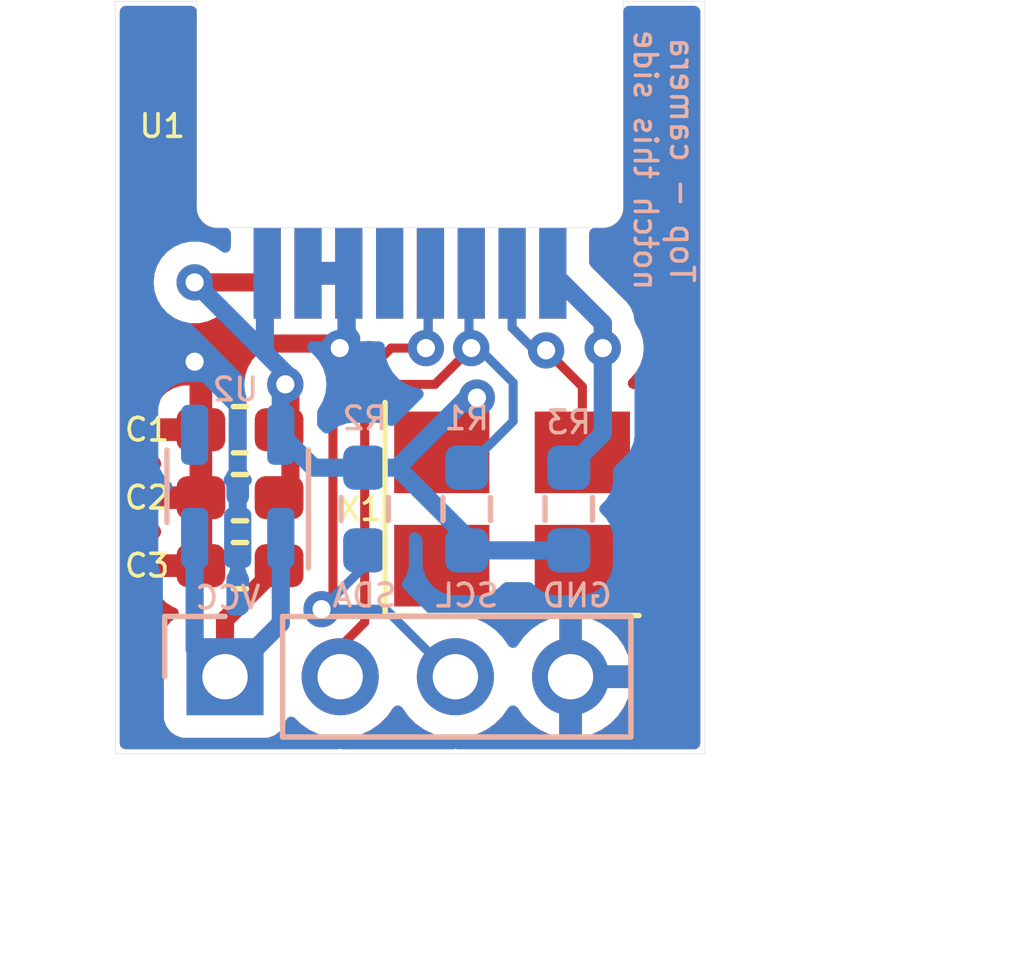
<source format=kicad_pcb>
(kicad_pcb (version 20221018) (generator pcbnew)
  (layers (0 "F.Cu" signal) (31 "B.Cu" signal) (34 "B.Paste" user) (35 "F.Paste" user) (36 "B.SilkS" user "B.Silkscreen") (37 "F.SilkS" user "F.Silkscreen") (38 "B.Mask" user) (39 "F.Mask" user) (44 "Edge.Cuts" user))
  (net 0 "")
  (net 1 "+3.3V")
  (net 2 "GND")
  (net 3 "+5V")
  (net 4 "/SDA")
  (net 5 "/SCL")
  (net 6 "Net-(U1-RESET)")
  (net 8 "/CLK")
  (footprint "Oscillator:Oscillator_SMD_SeikoEpson_SG8002CE-4Pin_3.2x2.5mm_HandSoldering" (layer "F.Cu") (at 158.75 90.8)
    (fp_text reference "X1" (at -3.35 0) (layer "F.SilkS") (effects (font (size 0.5 0.5) (thickness 0.08))))
    (fp_text value "SG3225CAN 24.0000M-TJGA3")
    (fp_line (start -2.8 -2.35) (end -2.8 2.35) (stroke (width 0.12)) (layer "F.SilkS"))
    (fp_line (start -2.8 2.35) (end 2.8 2.35) (stroke (width 0.12)) (layer "F.SilkS"))
    (pad "1" smd rect (at -1.55 1.25) (size 2.1 1.8) (layers "F.Cu" "F.Paste" "F.Mask"))
    (pad "2" smd rect (at 1.55 1.25) (size 2.1 1.8) (layers "F.Cu" "F.Paste" "F.Mask") (net 2 "GND"))
    (pad "3" smd rect (at 1.55 -1.25) (size 2.1 1.8) (layers "F.Cu" "F.Paste" "F.Mask") (net 8 "/CLK"))
    (pad "4" smd rect (at -1.55 -1.25) (size 2.1 1.8) (layers "F.Cu" "F.Paste" "F.Mask") (net 1 "+3.3V"))
  )
  (footprint "Capacitor_SMD:C_0603_1608Metric_Pad1.08x0.95mm_HandSolder" (layer "F.Cu") (at 152.75 89.05 180)
    (fp_text reference "C1" (at 2.05 0) (layer "F.SilkS") (effects (font (size 0.5 0.5) (thickness 0.08))))
    (fp_text value "0.1uF")
    (fp_line (start -0.146267 -0.51) (end 0.146267 -0.51) (stroke (width 0.12)) (layer "F.SilkS"))
    (fp_line (start -0.146267 0.51) (end 0.146267 0.51) (stroke (width 0.12)) (layer "F.SilkS"))
    (pad "1" smd roundrect (at -0.8625 0 180) (size 1.075 0.95) (layers "F.Cu" "F.Paste" "F.Mask") (net 1 "+3.3V"))
    (pad "2" smd roundrect (at 0.8625 0 180) (size 1.075 0.95) (layers "F.Cu" "F.Paste" "F.Mask") (net 2 "GND"))
  )
  (footprint "Capacitor_SMD:C_0603_1608Metric_Pad1.08x0.95mm_HandSolder" (layer "F.Cu") (at 152.75 90.55 180)
    (fp_text reference "C2" (at 2.05 0) (layer "F.SilkS") (effects (font (size 0.5 0.5) (thickness 0.08))))
    (fp_text value "1uF")
    (fp_line (start -0.146267 -0.51) (end 0.146267 -0.51) (stroke (width 0.12)) (layer "F.SilkS"))
    (fp_line (start -0.146267 0.51) (end 0.146267 0.51) (stroke (width 0.12)) (layer "F.SilkS"))
    (pad "1" smd roundrect (at -0.8625 0 180) (size 1.075 0.95) (layers "F.Cu" "F.Paste" "F.Mask") (net 1 "+3.3V"))
    (pad "2" smd roundrect (at 0.8625 0 180) (size 1.075 0.95) (layers "F.Cu" "F.Paste" "F.Mask") (net 2 "GND"))
  )
  (footprint "GUN4IR:wiimote-pixart-camera-inline" (layer "F.Cu") (at 156.5 82.1)
    (fp_text reference "U1" (at -5.4625 0.25 unlocked) (layer "F.SilkS") (effects (font (size 0.5 0.5) (thickness 0.08))))
    (fp_text value "~")
    (fp_line (start -4.7 -2.505) (end -4.7 2.045) (stroke (width 0.01)) (layer "Edge.Cuts"))
    (fp_line (start 4.25 2.495) (end -4.25 2.495) (stroke (width 0.01)) (layer "Edge.Cuts"))
    (fp_line (start 4.7 -2.505) (end 4.7 2.045) (stroke (width 0.01)) (layer "Edge.Cuts"))
    (fp_arc (start -4.25 2.495) (mid -4.568198 2.363198) (end -4.7 2.045) (stroke (width 0.01)) (layer "Edge.Cuts"))
    (fp_arc (start 4.7 2.045) (mid 4.568198 2.363198) (end 4.25 2.495) (stroke (width 0.01)) (layer "Edge.Cuts"))
    (pad "1" smd rect (at -3.15 3.5) (size 0.6 2) (layers "F.Cu" "F.Paste" "F.Mask") (net 1 "+3.3V"))
    (pad "1" smd rect (at -3.15 3.5) (size 0.6 2) (layers "B.Cu" "B.Paste" "B.Mask") (net 1 "+3.3V"))
    (pad "2" smd rect (at -2.25 3.5) (size 0.6 2) (layers "F.Cu" "F.Paste" "F.Mask") (net 2 "GND"))
    (pad "2" smd rect (at -2.25 3.5) (size 0.6 2) (layers "B.Cu" "B.Paste" "B.Mask") (net 2 "GND"))
    (pad "3" smd rect (at -1.35 3.5) (size 0.6 2) (layers "F.Cu" "F.Paste" "F.Mask") (net 2 "GND"))
    (pad "3" smd rect (at -1.35 3.5) (size 0.6 2) (layers "B.Cu" "B.Paste" "B.Mask") (net 2 "GND"))
    (pad "4" smd rect (at -0.45 3.5) (size 0.6 2) (layers "F.Cu" "F.Paste" "F.Mask"))
    (pad "4" smd rect (at -0.45 3.5) (size 0.6 2) (layers "B.Cu" "B.Paste" "B.Mask"))
    (pad "5" smd rect (at 0.45 3.5) (size 0.6 2) (layers "F.Cu" "F.Paste" "F.Mask") (net 5 "/SCL"))
    (pad "5" smd rect (at 0.45 3.5) (size 0.6 2) (layers "B.Cu" "B.Paste" "B.Mask") (net 5 "/SCL"))
    (pad "6" smd rect (at 1.35 3.5) (size 0.6 2) (layers "F.Cu" "F.Paste" "F.Mask") (net 4 "/SDA"))
    (pad "6" smd rect (at 1.35 3.5) (size 0.6 2) (layers "B.Cu" "B.Paste" "B.Mask") (net 4 "/SDA"))
    (pad "7" smd rect (at 2.25 3.5) (size 0.6 2) (layers "F.Cu" "F.Paste" "F.Mask") (net 8 "/CLK"))
    (pad "7" smd rect (at 2.25 3.5) (size 0.6 2) (layers "B.Cu" "B.Paste" "B.Mask") (net 8 "/CLK"))
    (pad "8" smd rect (at 3.15 3.5) (size 0.6 2) (layers "F.Cu" "F.Paste" "F.Mask") (net 6 "Net-(U1-RESET)"))
    (pad "8" smd rect (at 3.15 3.5) (size 0.6 2) (layers "B.Cu" "B.Paste" "B.Mask") (net 6 "Net-(U1-RESET)"))
  )
  (footprint "Capacitor_SMD:C_0603_1608Metric_Pad1.08x0.95mm_HandSolder" (layer "F.Cu") (at 152.75 92.05 180)
    (fp_text reference "C3" (at 2.05 0) (layer "F.SilkS") (effects (font (size 0.5 0.5) (thickness 0.08))))
    (fp_text value "1uF")
    (fp_line (start -0.146267 -0.51) (end 0.146267 -0.51) (stroke (width 0.12)) (layer "F.SilkS"))
    (fp_line (start -0.146267 0.51) (end 0.146267 0.51) (stroke (width 0.12)) (layer "F.SilkS"))
    (pad "1" smd roundrect (at -0.8625 0 180) (size 1.075 0.95) (layers "F.Cu" "F.Paste" "F.Mask") (net 3 "+5V"))
    (pad "2" smd roundrect (at 0.8625 0 180) (size 1.075 0.95) (layers "F.Cu" "F.Paste" "F.Mask") (net 2 "GND"))
  )
  (footprint "Resistor_SMD:R_0603_1608Metric_Pad0.98x0.95mm_HandSolder" (layer "B.Cu") (at 160 90.8 90)
    (fp_text reference "R3" (at 1.9125 0) (layer "B.SilkS") (effects (font (size 0.5 0.5) (thickness 0.08)) (justify mirror)))
    (fp_text value "330K")
    (fp_line (start -0.254724 -0.5225) (end 0.254724 -0.5225) (stroke (width 0.12)) (layer "B.SilkS"))
    (fp_line (start -0.254724 0.5225) (end 0.254724 0.5225) (stroke (width 0.12)) (layer "B.SilkS"))
    (pad "1" smd roundrect (at -0.9125 0 90) (size 0.975 0.95) (layers "B.Cu" "B.Paste" "B.Mask") (net 1 "+3.3V"))
    (pad "2" smd roundrect (at 0.9125 0 90) (size 0.975 0.95) (layers "B.Cu" "B.Paste" "B.Mask") (net 6 "Net-(U1-RESET)"))
  )
  (footprint "Connector_PinHeader_2.54mm:PinHeader_1x04_P2.54mm_Vertical" (layer "B.Cu") (at 152.42 94.5 -90)
    (fp_text reference "J1" hide)
    (fp_text value "Conn_01x04_Pin")
    (fp_line (start -1.33 -8.95) (end 1.33 -8.95) (stroke (width 0.12)) (layer "B.SilkS"))
    (fp_line (start -1.33 -1.27) (end -1.33 -8.95) (stroke (width 0.12)) (layer "B.SilkS"))
    (fp_line (start -1.33 -1.27) (end 1.33 -1.27) (stroke (width 0.12)) (layer "B.SilkS"))
    (fp_line (start -1.33 0) (end -1.33 1.33) (stroke (width 0.12)) (layer "B.SilkS"))
    (fp_line (start -1.33 1.33) (end 0 1.33) (stroke (width 0.12)) (layer "B.SilkS"))
    (fp_line (start 1.33 -1.27) (end 1.33 -8.95) (stroke (width 0.12)) (layer "B.SilkS"))
    (pad "1" thru_hole rect (at 0 0 270) (size 1.7 1.7) (drill 1) (layers "*.Cu" "*.Mask") (net 3 "+5V"))
    (pad "2" thru_hole oval (at 0 -2.54 270) (size 1.7 1.7) (drill 1) (layers "*.Cu" "*.Mask") (net 4 "/SDA"))
    (pad "3" thru_hole oval (at 0 -5.08 270) (size 1.7 1.7) (drill 1) (layers "*.Cu" "*.Mask") (net 5 "/SCL"))
    (pad "4" thru_hole oval (at 0 -7.62 270) (size 1.7 1.7) (drill 1) (layers "*.Cu" "*.Mask") (net 2 "GND"))
  )
  (footprint "Resistor_SMD:R_0603_1608Metric_Pad0.98x0.95mm_HandSolder" (layer "B.Cu") (at 155.5 90.8 90)
    (fp_text reference "R2" (at 2 0) (layer "B.SilkS") (effects (font (size 0.5 0.5) (thickness 0.08)) (justify mirror)))
    (fp_text value "2.7K")
    (fp_line (start -0.254724 -0.5225) (end 0.254724 -0.5225) (stroke (width 0.12)) (layer "B.SilkS"))
    (fp_line (start -0.254724 0.5225) (end 0.254724 0.5225) (stroke (width 0.12)) (layer "B.SilkS"))
    (pad "1" smd roundrect (at -0.9125 0 90) (size 0.975 0.95) (layers "B.Cu" "B.Paste" "B.Mask") (net 5 "/SCL"))
    (pad "2" smd roundrect (at 0.9125 0 90) (size 0.975 0.95) (layers "B.Cu" "B.Paste" "B.Mask") (net 1 "+3.3V"))
  )
  (footprint "Resistor_SMD:R_0603_1608Metric_Pad0.98x0.95mm_HandSolder" (layer "B.Cu") (at 157.75 90.8 90)
    (fp_text reference "R1" (at 2 0) (layer "B.SilkS") (effects (font (size 0.5 0.5) (thickness 0.08)) (justify mirror)))
    (fp_text value "2.7K")
    (fp_line (start -0.254724 -0.5225) (end 0.254724 -0.5225) (stroke (width 0.12)) (layer "B.SilkS"))
    (fp_line (start -0.254724 0.5225) (end 0.254724 0.5225) (stroke (width 0.12)) (layer "B.SilkS"))
    (pad "1" smd roundrect (at -0.9125 0 90) (size 0.975 0.95) (layers "B.Cu" "B.Paste" "B.Mask") (net 1 "+3.3V"))
    (pad "2" smd roundrect (at 0.9125 0 90) (size 0.975 0.95) (layers "B.Cu" "B.Paste" "B.Mask") (net 4 "/SDA"))
  )
  (footprint "Package_TO_SOT_SMD:SOT-23-5" (layer "B.Cu") (at 152.7 90.3 90)
    (fp_text reference "U2" (at 2.1375 -0.05) (layer "B.SilkS") (effects (font (size 0.5 0.5) (thickness 0.08)) (justify mirror)))
    (fp_text value "AP2112-3.3V")
    (fp_line (start 0 -1.56) (end -0.8 -1.56) (stroke (width 0.12)) (layer "B.SilkS"))
    (fp_line (start 0 -1.56) (end 0.8 -1.56) (stroke (width 0.12)) (layer "B.SilkS"))
    (fp_line (start 0 1.56) (end -1.8 1.56) (stroke (width 0.12)) (layer "B.SilkS"))
    (fp_line (start 0 1.56) (end 0.8 1.56) (stroke (width 0.12)) (layer "B.SilkS"))
    (pad "1" smd roundrect (at -1.1375 0.95 90) (size 1.325 0.6) (layers "B.Cu" "B.Paste" "B.Mask") (net 3 "+5V"))
    (pad "2" smd roundrect (at -1.1375 0 90) (size 1.325 0.6) (layers "B.Cu" "B.Paste" "B.Mask") (net 2 "GND"))
    (pad "3" smd roundrect (at -1.1375 -0.95 90) (size 1.325 0.6) (layers "B.Cu" "B.Paste" "B.Mask") (net 3 "+5V"))
    (pad "4" smd roundrect (at 1.1375 -0.95 90) (size 1.325 0.6) (layers "B.Cu" "B.Paste" "B.Mask"))
    (pad "5" smd roundrect (at 1.1375 0.95 90) (size 1.325 0.6) (layers "B.Cu" "B.Paste" "B.Mask") (net 1 "+3.3V"))
  )
  (gr_line (start 150 96.2) (end 163 96.2) (stroke (width 0.01)) (layer "Edge.Cuts"))
  (gr_line (start 151.8 79.6) (end 150 79.6) (stroke (width 0.01)) (layer "Edge.Cuts"))
  (gr_line (start 150 79.6) (end 150 96.2) (stroke (width 0.01)) (layer "Edge.Cuts"))
  (gr_line (start 163 96.2) (end 163 79.6) (stroke (width 0.01)) (layer "Edge.Cuts"))
  (gr_line (start 163 79.6) (end 161.2 79.6) (stroke (width 0.01)) (layer "Edge.Cuts"))
  (gr_text "Top - camera\nnotch this side" (at 161.4 83.1 -90) (layer "B.SilkS") (effects (font (size 0.5 0.5) (thickness 0.08)) (justify bottom mirror)))
  (gr_text "VCC" (at 153.25 93.05) (layer "B.SilkS") (effects (font (size 0.5 0.5) (thickness 0.08)) (justify left bottom mirror)))
  (gr_text "SCL" (at 158.5 93) (layer "B.SilkS") (effects (font (size 0.5 0.5) (thickness 0.08)) (justify left bottom mirror)))
  (gr_text "GND" (at 161 93) (layer "B.SilkS") (effects (font (size 0.5 0.5) (thickness 0.08)) (justify left bottom mirror)))
  (gr_text "SDA" (at 156.25 93) (layer "B.SilkS") (effects (font (size 0.5 0.5) (thickness 0.08)) (justify left bottom mirror)))
  (segment (start 153.8625 90.55) (end 153.8625 88.1625) (width 0.4) (layer "F.Cu") (net 1))
  (segment (start 157.2 89.55) (end 157.2 89.116572) (width 0.4) (layer "F.Cu") (net 1))
  (segment (start 151.75 85.8) (end 153.15 85.8) (width 0.4) (layer "F.Cu") (net 1))
  (segment (start 153.15 85.8) (end 153.35 85.6) (width 0.4) (layer "F.Cu") (net 1))
  (segment (start 157.2 89.116572) (end 157.974095 88.342477) (width 0.4) (layer "F.Cu") (net 1))
  (segment (start 153.8625 88.1625) (end 153.75 88.05) (width 0.4) (layer "F.Cu") (net 1))
  (via (at 151.75 85.8) (size 0.8) (drill 0.4) (layers "F.Cu" "B.Cu") (net 1))
  (via (at 157.974095 88.342477) (size 0.8) (drill 0.4) (layers "F.Cu" "B.Cu") (net 1))
  (via (at 153.75 88.05) (size 0.8) (drill 0.4) (layers "F.Cu" "B.Cu") (net 1))
  (segment (start 154.375 89.8875) (end 153.65 89.1625) (width 0.4) (layer "B.Cu") (net 1))
  (segment (start 153.75 88.05) (end 153.75 87.8) (width 0.4) (layer "B.Cu") (net 1))
  (segment (start 157.974095 88.342477) (end 157.76454 88.342477) (width 0.4) (layer "B.Cu") (net 1))
  (segment (start 160 91.7125) (end 158.044517 91.7125) (width 0.4) (layer "B.Cu") (net 1))
  (segment (start 153.75 87.8) (end 151.75 85.8) (width 0.4) (layer "B.Cu") (net 1))
  (segment (start 156.219517 89.8875) (end 155.5 89.8875) (width 0.4) (layer "B.Cu") (net 1))
  (segment (start 153.3 87.35) (end 153.75 87.8) (width 0.4) (layer "B.Cu") (net 1))
  (segment (start 155.5 89.8875) (end 154.375 89.8875) (width 0.4) (layer "B.Cu") (net 1))
  (segment (start 153.65 89.1625) (end 153.65 88.15) (width 0.4) (layer "B.Cu") (net 1))
  (segment (start 157.76454 88.342477) (end 156.219517 89.8875) (width 0.4) (layer "B.Cu") (net 1))
  (segment (start 153.3 85.55) (end 153.3 87.35) (width 0.4) (layer "B.Cu") (net 1))
  (segment (start 158.044517 91.7125) (end 156.219517 89.8875) (width 0.4) (layer "B.Cu") (net 1))
  (segment (start 153.65 88.15) (end 153.75 88.05) (width 0.4) (layer "B.Cu") (net 1))
  (segment (start 151.8875 89.05) (end 151.8875 87.6875) (width 0.4) (layer "F.Cu") (net 2))
  (segment (start 155.15 85.6) (end 154.25 85.6) (width 0.4) (layer "F.Cu") (net 2))
  (segment (start 151.8875 87.6875) (end 151.75 87.55) (width 0.4) (layer "F.Cu") (net 2))
  (segment (start 152.15 87.15) (end 154.85 87.15) (width 0.4) (layer "F.Cu") (net 2))
  (segment (start 154.85 87.15) (end 154.95 87.25) (width 0.4) (layer "F.Cu") (net 2))
  (segment (start 160.04 92.31) (end 160.3 92.05) (width 0.4) (layer "F.Cu") (net 2))
  (segment (start 155.1 87.1) (end 154.95 87.25) (width 0.4) (layer "F.Cu") (net 2))
  (segment (start 155.1 85.55) (end 155.1 87.1) (width 0.4) (layer "F.Cu") (net 2))
  (segment (start 151.75 87.55) (end 152.15 87.15) (width 0.4) (layer "F.Cu") (net 2))
  (segment (start 160.04 94.55) (end 160.04 92.31) (width 0.4) (layer "F.Cu") (net 2))
  (via (at 151.75 87.55) (size 0.8) (drill 0.4) (layers "F.Cu" "B.Cu") (net 2))
  (via (at 154.95 87.25) (size 0.8) (drill 0.4) (layers "F.Cu" "B.Cu") (net 2))
  (segment (start 155.1 85.55) (end 155.1 87.1) (width 0.4) (layer "B.Cu") (net 2))
  (segment (start 155.1 87.1) (end 154.95 87.25) (width 0.4) (layer "B.Cu") (net 2))
  (segment (start 151.75 87.55) (end 152.7 88.5) (width 0.4) (layer "B.Cu") (net 2))
  (segment (start 152.7 88.5) (end 152.7 91.4375) (width 0.4) (layer "B.Cu") (net 2))
  (segment (start 155.15 85.6) (end 154.25 85.6) (width 0.4) (layer "B.Cu") (net 2))
  (segment (start 152.42 94.55) (end 152.42 93.2425) (width 0.4) (layer "F.Cu") (net 3))
  (segment (start 152.42 93.2425) (end 153.6125 92.05) (width 0.4) (layer "F.Cu") (net 3))
  (segment (start 152.42 94.55) (end 151.75 93.88) (width 0.4) (layer "B.Cu") (net 3))
  (segment (start 152.42 94.55) (end 153.65 93.32) (width 0.4) (layer "B.Cu") (net 3))
  (segment (start 151.75 93.88) (end 151.75 91.4375) (width 0.4) (layer "B.Cu") (net 3))
  (segment (start 153.65 93.32) (end 153.65 91.4375) (width 0.4) (layer "B.Cu") (net 3))
  (segment (start 157.8 85.55) (end 157.8 87.2) (width 0.2) (layer "F.Cu") (net 4))
  (segment (start 157.05 88.05) (end 157.85 87.25) (width 0.2) (layer "F.Cu") (net 4))
  (segment (start 154.96 93.84) (end 155.5 93.3) (width 0.2) (layer "F.Cu") (net 4))
  (segment (start 157.8 87.200497) (end 157.849503 87.25) (width 0.2) (layer "F.Cu") (net 4))
  (segment (start 155.95 88.05) (end 157.05 88.05) (width 0.2) (layer "F.Cu") (net 4))
  (segment (start 155.5 93.3) (end 155.5 88.5) (width 0.2) (layer "F.Cu") (net 4))
  (segment (start 157.8 87.2) (end 157.85 87.25) (width 0.2) (layer "F.Cu") (net 4))
  (segment (start 155.5 88.5) (end 155.95 88.05) (width 0.2) (layer "F.Cu") (net 4))
  (segment (start 154.96 94.55) (end 154.96 93.84) (width 0.2) (layer "F.Cu") (net 4))
  (via (at 157.85 87.25) (size 0.8) (drill 0.4) (layers "F.Cu" "B.Cu") (net 4))
  (segment (start 158.774095 88.011106) (end 158.774095 88.863405) (width 0.2) (layer "B.Cu") (net 4))
  (segment (start 158.774095 88.863405) (end 157.75 89.8875) (width 0.2) (layer "B.Cu") (net 4))
  (segment (start 158.012989 87.25) (end 158.774095 88.011106) (width 0.2) (layer "B.Cu") (net 4))
  (segment (start 157.8 87.2) (end 157.85 87.25) (width 0.2) (layer "B.Cu") (net 4))
  (segment (start 157.8 85.55) (end 157.8 87.2) (width 0.2) (layer "B.Cu") (net 4))
  (segment (start 157.85 87.25) (end 158.012989 87.25) (width 0.2) (layer "B.Cu") (net 4))
  (segment (start 156.9 85.55) (end 156.9 87.2) (width 0.2) (layer "F.Cu") (net 5))
  (segment (start 156.9 87.25) (end 156.85 87.3) (width 0.2) (layer "F.Cu") (net 5))
  (segment (start 154.8005 88.530871) (end 154.8005 92.723161) (width 0.2) (layer "F.Cu") (net 5))
  (segment (start 156.85 87.25) (end 156.081371 87.25) (width 0.2) (layer "F.Cu") (net 5))
  (segment (start 156.9 87.2) (end 156.85 87.25) (width 0.2) (layer "F.Cu") (net 5))
  (segment (start 156.081371 87.25) (end 154.8005 88.530871) (width 0.2) (layer "F.Cu") (net 5))
  (via (at 156.85 87.25) (size 0.8) (drill 0.4) (layers "F.Cu" "B.Cu") (net 5))
  (via (at 154.5495 93.010433) (size 0.8) (drill 0.4) (layers "F.Cu" "B.Cu") (net 5))
  (segment (start 155.5 92.059933) (end 154.5495 93.010433) (width 0.2) (layer "B.Cu") (net 5))
  (segment (start 156.9 87.2) (end 156.85 87.25) (width 0.2) (layer "B.Cu") (net 5))
  (segment (start 157 87.4) (end 156.85 87.25) (width 0.2) (layer "B.Cu") (net 5))
  (segment (start 155.5 91.7125) (end 155.5 92.059933) (width 0.2) (layer "B.Cu") (net 5))
  (segment (start 154.5495 93.010433) (end 155.960433 93.010433) (width 0.2) (layer "B.Cu") (net 5))
  (segment (start 155.960433 93.010433) (end 157.5 94.55) (width 0.2) (layer "B.Cu") (net 5))
  (segment (start 156.9 85.55) (end 156.9 87.2) (width 0.2) (layer "B.Cu") (net 5))
  (segment (start 160.75 86.7) (end 160.75 87.25) (width 0.4) (layer "F.Cu") (net 6))
  (segment (start 159.6 85.55) (end 160.75 86.7) (width 0.4) (layer "F.Cu") (net 6))
  (via (at 160.75 87.25) (size 0.8) (drill 0.4) (layers "F.Cu" "B.Cu") (net 6))
  (segment (start 159.6 85.55) (end 160.75 86.7) (width 0.4) (layer "B.Cu") (net 6))
  (segment (start 160.75 89.1375) (end 160 89.8875) (width 0.4) (layer "B.Cu") (net 6))
  (segment (start 160.75 86.7) (end 160.75 87.25) (width 0.4) (layer "B.Cu") (net 6))
  (segment (start 160.75 87.25) (end 160.75 89.1375) (width 0.4) (layer "B.Cu") (net 6))
  (segment (start 158.75 86.8) (end 159.25 87.3) (width 0.2) (layer "F.Cu") (net 8))
  (segment (start 159.5 87.3) (end 160.3 88.1) (width 0.2) (layer "F.Cu") (net 8))
  (segment (start 160.3 88.1) (end 160.3 89.55) (width 0.2) (layer "F.Cu") (net 8))
  (segment (start 158.75 85.6) (end 158.75 86.8) (width 0.2) (layer "F.Cu") (net 8))
  (segment (start 159.25 87.3) (end 159.5 87.3) (width 0.2) (layer "F.Cu") (net 8))
  (via (at 159.5 87.3) (size 0.8) (drill 0.4) (layers "F.Cu" "B.Cu") (net 8))
  (segment (start 158.75 85.6) (end 158.75 86.8) (width 0.2) (layer "B.Cu") (net 8))
  (segment (start 158.75 86.8) (end 159.25 87.3) (width 0.2) (layer "B.Cu") (net 8))
  (segment (start 159.25 87.3) (end 159.5 87.3) (width 0.2) (layer "B.Cu") (net 8))
  (zone (net 2) (net_name "GND") (layers "F&B.Cu") (connect_pads (clearance 0.5)) (min_thickness 0.25) (fill yes (thermal_gap 0.5) (thermal_bridge_width 0.5))
    (polygon (pts (xy 150.1 79.7) (xy 150.1 96.1) (xy 162.9 96.1) (xy 162.9 79.7)))
  )
)
</source>
